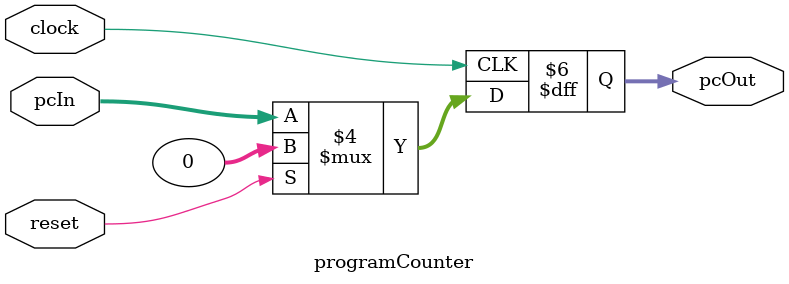
<source format=sv>
module programCounter (
    input  logic clock,
    input  logic reset,
    input  logic [31:0] pcIn,
    output logic [31:0] pcOut
);

    always_ff @(posedge clock) begin
        if (reset==1'b1) begin
            pcOut <= 32'b0;
        end else begin
            pcOut <= pcIn;
        end
    end

endmodule

</source>
